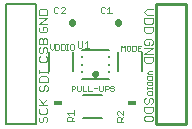
<source format=gto>
G75*
%MOIN*%
%OFA0B0*%
%FSLAX24Y24*%
%IPPOS*%
%LPD*%
%AMOC8*
5,1,8,0,0,1.08239X$1,22.5*
%
%ADD10C,0.0030*%
%ADD11C,0.0020*%
%ADD12C,0.0220*%
%ADD13R,0.0300X0.0180*%
%ADD14C,0.0120*%
%ADD15C,0.0050*%
%ADD16C,0.0080*%
%ADD17C,0.0100*%
D10*
X001245Y000533D02*
X001293Y000485D01*
X001342Y000485D01*
X001390Y000533D01*
X001390Y000630D01*
X001438Y000678D01*
X001487Y000678D01*
X001535Y000630D01*
X001535Y000533D01*
X001487Y000485D01*
X001245Y000533D02*
X001245Y000630D01*
X001293Y000678D01*
X001293Y000780D02*
X001487Y000780D01*
X001535Y000828D01*
X001535Y000925D01*
X001487Y000973D01*
X001535Y001074D02*
X001245Y001074D01*
X001293Y000973D02*
X001245Y000925D01*
X001245Y000828D01*
X001293Y000780D01*
X001438Y001074D02*
X001245Y001268D01*
X001390Y001123D02*
X001535Y001268D01*
X001507Y001535D02*
X001555Y001583D01*
X001555Y001680D01*
X001507Y001728D01*
X001458Y001728D01*
X001410Y001680D01*
X001410Y001583D01*
X001362Y001535D01*
X001313Y001535D01*
X001265Y001583D01*
X001265Y001680D01*
X001313Y001728D01*
X001265Y001830D02*
X001265Y001975D01*
X001313Y002023D01*
X001507Y002023D01*
X001555Y001975D01*
X001555Y001830D01*
X001265Y001830D01*
X001265Y002124D02*
X001265Y002221D01*
X001265Y002173D02*
X001555Y002173D01*
X001555Y002221D02*
X001555Y002124D01*
X001487Y002505D02*
X001293Y002505D01*
X001245Y002553D01*
X001245Y002650D01*
X001293Y002698D01*
X001293Y002800D02*
X001342Y002800D01*
X001390Y002848D01*
X001390Y002945D01*
X001438Y002993D01*
X001487Y002993D01*
X001535Y002945D01*
X001535Y002848D01*
X001487Y002800D01*
X001487Y002698D02*
X001535Y002650D01*
X001535Y002553D01*
X001487Y002505D01*
X001293Y002800D02*
X001245Y002848D01*
X001245Y002945D01*
X001293Y002993D01*
X001245Y003094D02*
X001245Y003239D01*
X001293Y003288D01*
X001342Y003288D01*
X001390Y003239D01*
X001390Y003094D01*
X001535Y003094D02*
X001535Y003239D01*
X001487Y003288D01*
X001438Y003288D01*
X001390Y003239D01*
X001535Y003094D02*
X001245Y003094D01*
X001293Y003485D02*
X001487Y003485D01*
X001535Y003533D01*
X001535Y003630D01*
X001487Y003678D01*
X001390Y003678D01*
X001390Y003582D01*
X001293Y003678D02*
X001245Y003630D01*
X001245Y003533D01*
X001293Y003485D01*
X001245Y003780D02*
X001535Y003973D01*
X001245Y003973D01*
X001245Y004074D02*
X001245Y004219D01*
X001293Y004268D01*
X001487Y004268D01*
X001535Y004219D01*
X001535Y004074D01*
X001245Y004074D01*
X001245Y003780D02*
X001535Y003780D01*
X004765Y003815D02*
X004813Y003767D01*
X005007Y003767D01*
X005055Y003815D01*
X005055Y003960D01*
X004765Y003960D01*
X004765Y003815D01*
X004765Y003666D02*
X004765Y003521D01*
X004813Y003472D01*
X005007Y003472D01*
X005055Y003521D01*
X005055Y003666D01*
X004765Y003666D01*
X004862Y004062D02*
X005055Y004062D01*
X004862Y004062D02*
X004765Y004158D01*
X004862Y004255D01*
X005055Y004255D01*
X005007Y003255D02*
X004813Y003255D01*
X004765Y003207D01*
X004765Y003110D01*
X004813Y003062D01*
X004910Y003062D01*
X004910Y003158D01*
X005007Y003255D02*
X005055Y003207D01*
X005055Y003110D01*
X005007Y003062D01*
X005055Y002960D02*
X004765Y002767D01*
X005055Y002767D01*
X005055Y002666D02*
X005055Y002521D01*
X005007Y002472D01*
X004813Y002472D01*
X004765Y002521D01*
X004765Y002666D01*
X005055Y002666D01*
X005055Y002960D02*
X004765Y002960D01*
X004813Y001305D02*
X004765Y001257D01*
X004765Y001160D01*
X004813Y001112D01*
X004862Y001112D01*
X004910Y001160D01*
X004910Y001257D01*
X004958Y001305D01*
X005007Y001305D01*
X005055Y001257D01*
X005055Y001160D01*
X005007Y001112D01*
X005055Y001010D02*
X005055Y000865D01*
X005007Y000817D01*
X004813Y000817D01*
X004765Y000865D01*
X004765Y001010D01*
X005055Y001010D01*
X005007Y000716D02*
X004813Y000716D01*
X004765Y000667D01*
X004765Y000571D01*
X004813Y000522D01*
X005007Y000522D01*
X005055Y000571D01*
X005055Y000667D01*
X005007Y000716D01*
D11*
X005010Y001415D02*
X004890Y001415D01*
X004860Y001445D01*
X004860Y001505D01*
X004890Y001535D01*
X005010Y001535D01*
X005040Y001505D01*
X005040Y001445D01*
X005010Y001415D01*
X005040Y001597D02*
X005040Y001658D01*
X005040Y001628D02*
X004860Y001628D01*
X004860Y001658D02*
X004860Y001597D01*
X004890Y001722D02*
X005010Y001722D01*
X005040Y001752D01*
X005040Y001842D01*
X004860Y001842D01*
X004860Y001752D01*
X004890Y001722D01*
X004890Y001906D02*
X005010Y001906D01*
X005040Y001936D01*
X005040Y002026D01*
X004860Y002026D01*
X004860Y001936D01*
X004890Y001906D01*
X004920Y002090D02*
X005040Y002090D01*
X004920Y002090D02*
X004860Y002150D01*
X004920Y002210D01*
X005040Y002210D01*
X004673Y002870D02*
X004552Y002870D01*
X004552Y003050D01*
X004673Y003050D01*
X004613Y002960D02*
X004552Y002960D01*
X004488Y002900D02*
X004488Y003020D01*
X004458Y003050D01*
X004368Y003050D01*
X004368Y002870D01*
X004458Y002870D01*
X004488Y002900D01*
X004304Y002900D02*
X004304Y003020D01*
X004274Y003050D01*
X004214Y003050D01*
X004184Y003020D01*
X004184Y002900D01*
X004214Y002870D01*
X004274Y002870D01*
X004304Y002900D01*
X004120Y002870D02*
X004120Y003050D01*
X004060Y002990D01*
X004000Y003050D01*
X004000Y002870D01*
X002928Y002980D02*
X002781Y002980D01*
X002854Y002980D02*
X002854Y003200D01*
X002781Y003127D01*
X002707Y003200D02*
X002707Y003017D01*
X002670Y002980D01*
X002597Y002980D01*
X002560Y003017D01*
X002560Y003200D01*
X002416Y003060D02*
X002386Y003090D01*
X002326Y003090D01*
X002296Y003060D01*
X002296Y002940D01*
X002326Y002910D01*
X002386Y002910D01*
X002416Y002940D01*
X002416Y003060D01*
X002233Y003090D02*
X002173Y003090D01*
X002203Y003090D02*
X002203Y002910D01*
X002173Y002910D02*
X002233Y002910D01*
X002109Y002940D02*
X002079Y002910D01*
X001989Y002910D01*
X001989Y003090D01*
X002079Y003090D01*
X002109Y003060D01*
X002109Y002940D01*
X001925Y002940D02*
X001895Y002910D01*
X001805Y002910D01*
X001805Y003090D01*
X001895Y003090D01*
X001925Y003060D01*
X001925Y002940D01*
X001741Y002970D02*
X001741Y003090D01*
X001621Y003090D02*
X001621Y002970D01*
X001681Y002910D01*
X001741Y002970D01*
X001797Y004130D02*
X001870Y004130D01*
X001907Y004167D01*
X001981Y004130D02*
X002128Y004277D01*
X002128Y004313D01*
X002091Y004350D01*
X002018Y004350D01*
X001981Y004313D01*
X001907Y004313D02*
X001870Y004350D01*
X001797Y004350D01*
X001760Y004313D01*
X001760Y004167D01*
X001797Y004130D01*
X001981Y004130D02*
X002128Y004130D01*
X003310Y004167D02*
X003347Y004130D01*
X003420Y004130D01*
X003457Y004167D01*
X003531Y004130D02*
X003678Y004130D01*
X003604Y004130D02*
X003604Y004350D01*
X003531Y004277D01*
X003457Y004313D02*
X003420Y004350D01*
X003347Y004350D01*
X003310Y004313D01*
X003310Y004167D01*
X003271Y001710D02*
X003271Y001560D01*
X003301Y001530D01*
X003361Y001530D01*
X003391Y001560D01*
X003391Y001710D01*
X003455Y001710D02*
X003545Y001710D01*
X003575Y001680D01*
X003575Y001620D01*
X003545Y001590D01*
X003455Y001590D01*
X003455Y001530D02*
X003455Y001710D01*
X003639Y001680D02*
X003639Y001650D01*
X003669Y001620D01*
X003729Y001620D01*
X003759Y001590D01*
X003759Y001560D01*
X003729Y001530D01*
X003669Y001530D01*
X003639Y001560D01*
X003639Y001680D02*
X003669Y001710D01*
X003729Y001710D01*
X003759Y001680D01*
X003207Y001620D02*
X003087Y001620D01*
X003023Y001530D02*
X002902Y001530D01*
X002902Y001710D01*
X002718Y001710D02*
X002718Y001530D01*
X002838Y001530D01*
X002654Y001560D02*
X002654Y001710D01*
X002534Y001710D02*
X002534Y001560D01*
X002564Y001530D01*
X002624Y001530D01*
X002654Y001560D01*
X002470Y001620D02*
X002440Y001590D01*
X002350Y001590D01*
X002350Y001530D02*
X002350Y001710D01*
X002440Y001710D01*
X002470Y001680D01*
X002470Y001620D01*
X002420Y000888D02*
X002420Y000741D01*
X002420Y000814D02*
X002200Y000814D01*
X002273Y000741D01*
X002237Y000667D02*
X002310Y000667D01*
X002347Y000630D01*
X002347Y000520D01*
X002420Y000520D02*
X002200Y000520D01*
X002200Y000630D01*
X002237Y000667D01*
X002347Y000593D02*
X002420Y000667D01*
X003850Y000618D02*
X003850Y000508D01*
X004070Y000508D01*
X003997Y000508D02*
X003997Y000618D01*
X003960Y000655D01*
X003887Y000655D01*
X003850Y000618D01*
X003887Y000729D02*
X003850Y000766D01*
X003850Y000839D01*
X003887Y000876D01*
X003923Y000876D01*
X004070Y000729D01*
X004070Y000876D01*
X004070Y000655D02*
X003997Y000581D01*
D12*
X003900Y003808D02*
X003900Y003832D01*
X002350Y003832D02*
X002350Y003808D01*
D13*
X001900Y001120D03*
X004350Y001120D03*
D14*
X003101Y002095D02*
X003103Y002108D01*
X003108Y002120D01*
X003117Y002131D01*
X003127Y002139D01*
X003140Y002143D01*
X003153Y002144D01*
X003166Y002141D01*
X003178Y002135D01*
X003188Y002126D01*
X003195Y002115D01*
X003199Y002102D01*
X003199Y002088D01*
X003195Y002075D01*
X003188Y002064D01*
X003178Y002055D01*
X003166Y002049D01*
X003153Y002046D01*
X003140Y002047D01*
X003127Y002051D01*
X003117Y002059D01*
X003108Y002070D01*
X003103Y002082D01*
X003101Y002095D01*
D15*
X002697Y002153D02*
X002697Y002198D01*
X002697Y002403D02*
X002697Y002448D01*
X002697Y002653D02*
X002697Y002698D01*
X002697Y002904D02*
X003603Y002904D01*
X003603Y002698D02*
X003603Y002653D01*
X003603Y002448D02*
X003603Y002403D01*
X003603Y002198D02*
X003603Y002153D01*
X003603Y001936D02*
X002697Y001936D01*
D16*
X001150Y000420D02*
X000150Y000420D01*
X000150Y004420D01*
X001150Y004420D01*
X001150Y000420D01*
X002735Y000626D02*
X003365Y000626D01*
X003365Y001414D02*
X002735Y001414D01*
X002394Y002205D02*
X002394Y002835D01*
X001606Y002835D02*
X001606Y002205D01*
X003906Y002205D02*
X003906Y002835D01*
X004694Y002835D02*
X004694Y002205D01*
D17*
X005150Y000420D02*
X005150Y004420D01*
X006150Y004420D01*
X006150Y000420D01*
X005150Y000420D01*
M02*

</source>
